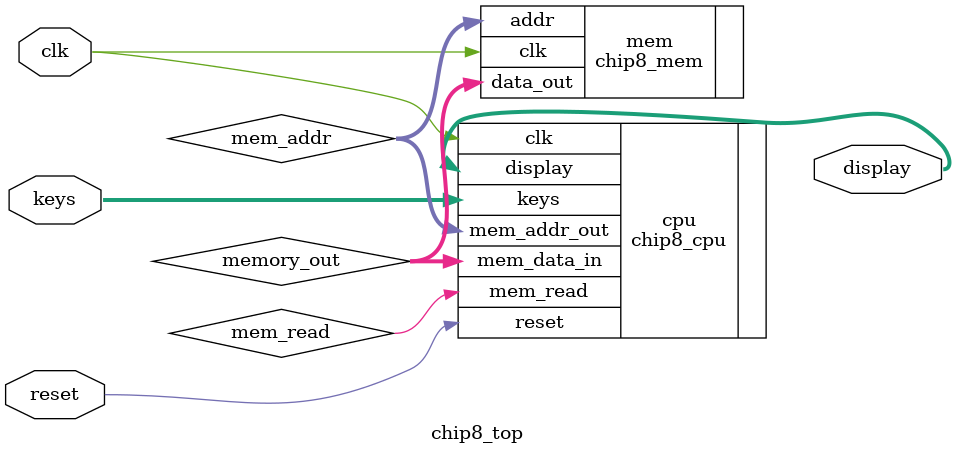
<source format=v>
module chip8_top(input wire clk, reset, input wire [15:0] keys, output wire [2047:0] display);
  
  wire [11:0] pc, mem_addr;
  wire [15:0] opcode;
  wire [7:0] memory_out;
  wire mem_read;
  
  chip8_mem mem(.clk(clk), .addr(mem_addr), .data_out(memory_out));
  
  chip8_cpu cpu(.clk(clk), .reset(reset), .mem_data_in(memory_out), .mem_addr_out(mem_addr), .mem_read(mem_read), .keys(keys), .display(display));
  
endmodule
</source>
